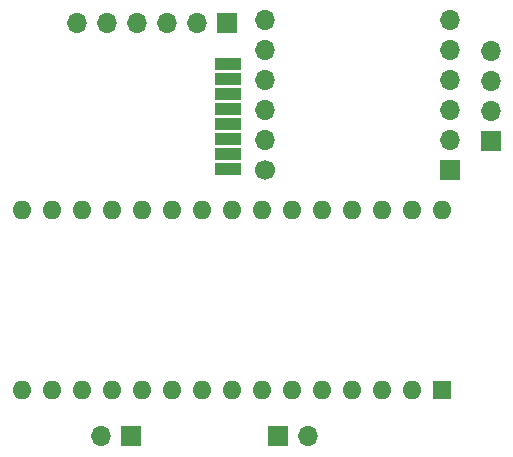
<source format=gbr>
%TF.GenerationSoftware,KiCad,Pcbnew,(6.0.9)*%
%TF.CreationDate,2023-05-28T23:18:01+10:00*%
%TF.ProjectId,SumoNyxPCB2.0,53756d6f-4e79-4785-9043-42322e302e6b,rev?*%
%TF.SameCoordinates,Original*%
%TF.FileFunction,Soldermask,Bot*%
%TF.FilePolarity,Negative*%
%FSLAX46Y46*%
G04 Gerber Fmt 4.6, Leading zero omitted, Abs format (unit mm)*
G04 Created by KiCad (PCBNEW (6.0.9)) date 2023-05-28 23:18:01*
%MOMM*%
%LPD*%
G01*
G04 APERTURE LIST*
%ADD10O,1.700000X1.700000*%
%ADD11C,1.700000*%
%ADD12R,1.700000X1.700000*%
%ADD13R,1.600000X1.600000*%
%ADD14O,1.600000X1.600000*%
%ADD15R,2.286000X1.000000*%
G04 APERTURE END LIST*
D10*
%TO.C,U3*%
X182335000Y-65555000D03*
X182335000Y-68095000D03*
X182335000Y-70635000D03*
X182335000Y-73175000D03*
X182335000Y-75715000D03*
D11*
X182335000Y-78255000D03*
D10*
X197975000Y-65565000D03*
X197975000Y-68105000D03*
X197975000Y-70645000D03*
X197975000Y-73185000D03*
X197975000Y-75725000D03*
D12*
X197975000Y-78265000D03*
%TD*%
D10*
%TO.C,J3*%
X201475000Y-68180000D03*
X201475000Y-70720000D03*
X201475000Y-73260000D03*
D12*
X201475000Y-75800000D03*
%TD*%
%TO.C,J4*%
X171010000Y-100750000D03*
D10*
X168470000Y-100750000D03*
%TD*%
D12*
%TO.C,J2*%
X183460000Y-100750000D03*
D10*
X186000000Y-100750000D03*
%TD*%
D12*
%TO.C,J1*%
X179100000Y-65750000D03*
D10*
X176560000Y-65750000D03*
X174020000Y-65750000D03*
X171480000Y-65750000D03*
X168940000Y-65750000D03*
X166400000Y-65750000D03*
%TD*%
D13*
%TO.C,A1*%
X197300000Y-96860000D03*
D14*
X194760000Y-96860000D03*
X192220000Y-96860000D03*
X189680000Y-96860000D03*
X187140000Y-96860000D03*
X184600000Y-96860000D03*
X182060000Y-96860000D03*
X179520000Y-96860000D03*
X176980000Y-96860000D03*
X174440000Y-96860000D03*
X171900000Y-96860000D03*
X169360000Y-96860000D03*
X166820000Y-96860000D03*
X164280000Y-96860000D03*
X161740000Y-96860000D03*
X161740000Y-81620000D03*
X164280000Y-81620000D03*
X166820000Y-81620000D03*
X169360000Y-81620000D03*
X171900000Y-81620000D03*
X174440000Y-81620000D03*
X176980000Y-81620000D03*
X179520000Y-81620000D03*
X182060000Y-81620000D03*
X184600000Y-81620000D03*
X187140000Y-81620000D03*
X189680000Y-81620000D03*
X192220000Y-81620000D03*
X194760000Y-81620000D03*
X197300000Y-81620000D03*
%TD*%
D15*
%TO.C,U2*%
X179250000Y-70530000D03*
X179250000Y-69260000D03*
X179250000Y-71800000D03*
X179250000Y-73070000D03*
X179250000Y-74340000D03*
X179250000Y-75610000D03*
X179250000Y-76880000D03*
X179250000Y-78150000D03*
%TD*%
M02*

</source>
